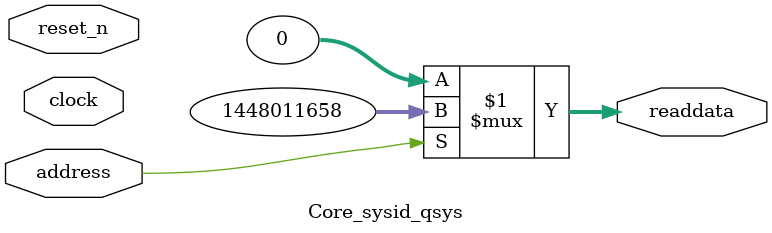
<source format=v>



// synthesis translate_off
`timescale 1ns / 1ps
// synthesis translate_on

// turn off superfluous verilog processor warnings 
// altera message_level Level1 
// altera message_off 10034 10035 10036 10037 10230 10240 10030 

module Core_sysid_qsys (
               // inputs:
                address,
                clock,
                reset_n,

               // outputs:
                readdata
             )
;

  output  [ 31: 0] readdata;
  input            address;
  input            clock;
  input            reset_n;

  wire    [ 31: 0] readdata;
  //control_slave, which is an e_avalon_slave
  assign readdata = address ? 1448011658 : 0;

endmodule




</source>
